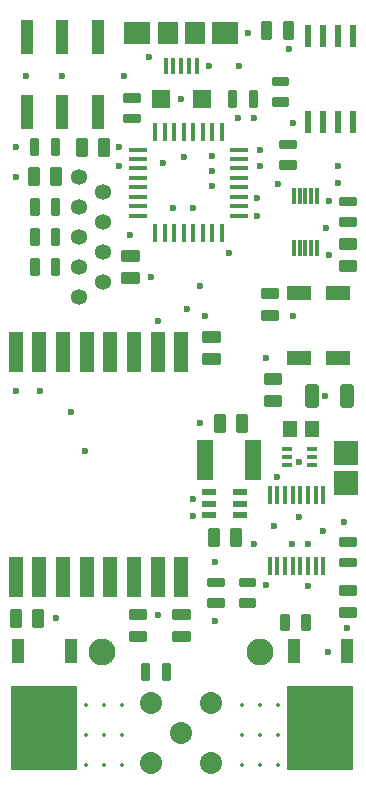
<source format=gbr>
G04 Generated by Ultiboard 14.0 *
%FSLAX24Y24*%
%MOIN*%

%ADD10C,0.0001*%
%ADD11C,0.08944*%
%ADD12C,0.0735*%
%ADD13R,0.0160X0.0591*%
%ADD14R,0.0591X0.0160*%
%ADD15R,0.0177X0.0591*%
%ADD16C,0.0140*%
%ADD17R,0.0472X0.1378*%
%ADD18R,0.0591X0.0591*%
%ADD19R,0.0150X0.0417*%
%ADD20C,0.0167*%
%ADD21R,0.0374X0.0157*%
%ADD22R,0.0394X0.1181*%
%ADD23R,0.0225X0.0467*%
%ADD24R,0.0417X0.0150*%
%ADD25C,0.0236*%
%ADD26R,0.0250X0.0550*%
%ADD27C,0.0233*%
%ADD28R,0.0467X0.0225*%
%ADD29R,0.0787X0.0787*%
%ADD30R,0.0787X0.0512*%
%ADD31R,0.0236X0.0748*%
%ADD32R,0.2185X0.2795*%
%ADD33R,0.0394X0.0846*%
%ADD34C,0.0534*%
%ADD35R,0.0157X0.0551*%
%ADD36R,0.0709X0.0748*%
%ADD37R,0.0906X0.0748*%
%ADD38R,0.0118X0.0571*%
%ADD39R,0.0480X0.0244*%
%ADD40R,0.0453X0.0571*%
%ADD41R,0.0551X0.1339*%


G04 ColorRGB FF00CC for the following layer *
%LNSolder Mask Top*%
%LPD*%
G54D10*
G54D11*
X-19418Y11150D03*
X-24668Y11150D03*
G54D12*
X-22044Y8450D03*
X-21044Y9450D03*
X-23044Y9450D03*
X-21044Y7450D03*
X-23044Y7450D03*
G54D13*
X-22902Y25127D03*
X-22587Y25127D03*
X-22272Y25127D03*
X-21957Y25127D03*
X-21643Y25127D03*
X-21328Y25127D03*
X-21013Y25127D03*
X-20698Y25127D03*
X-22902Y28473D03*
X-22587Y28473D03*
X-22272Y28473D03*
X-21957Y28473D03*
X-21643Y28473D03*
X-21328Y28473D03*
X-21013Y28473D03*
X-20698Y28473D03*
G54D14*
X-23473Y26328D03*
X-23473Y26013D03*
X-23473Y25698D03*
X-20127Y25698D03*
X-20127Y26328D03*
X-20127Y26013D03*
X-23473Y26957D03*
X-23473Y26643D03*
X-20127Y26643D03*
X-20127Y26957D03*
X-23473Y27902D03*
X-23473Y27587D03*
X-23473Y27272D03*
X-20127Y27272D03*
X-20127Y27902D03*
X-20127Y27587D03*
G54D15*
X-19096Y14007D03*
X-18840Y14007D03*
X-18328Y14007D03*
X-18584Y14007D03*
X-18072Y14007D03*
X-17560Y14007D03*
X-17816Y14007D03*
X-17304Y14007D03*
X-19096Y16393D03*
X-18840Y16393D03*
X-18328Y16393D03*
X-18584Y16393D03*
X-18072Y16393D03*
X-17560Y16393D03*
X-17816Y16393D03*
X-17304Y16393D03*
G54D16*
X-18200Y7400D03*
X-18200Y8400D03*
X-20000Y9400D03*
X-19400Y9400D03*
X-18800Y9400D03*
X-18200Y9400D03*
X-17600Y9400D03*
X-17000Y9400D03*
X-16400Y9400D03*
X-20000Y8400D03*
X-19400Y8400D03*
X-18800Y8400D03*
X-17000Y8400D03*
X-17600Y8400D03*
X-16400Y8400D03*
X-20000Y7400D03*
X-19400Y7400D03*
X-18800Y7400D03*
X-16400Y7400D03*
X-17000Y7400D03*
X-17600Y7400D03*
X-24000Y7400D03*
X-24600Y7400D03*
X-25200Y7400D03*
X-25800Y7400D03*
X-26400Y7400D03*
X-27000Y7400D03*
X-27600Y7400D03*
X-24000Y8400D03*
X-24600Y8400D03*
X-24000Y9400D03*
X-24600Y9400D03*
X-25200Y9400D03*
X-27600Y9400D03*
X-27600Y8400D03*
X-25200Y8400D03*
X-25800Y8400D03*
X-26400Y8400D03*
X-27000Y8400D03*
X-27000Y9400D03*
X-26400Y9400D03*
X-25800Y9400D03*
G54D17*
X-27556Y13660D03*
X-26769Y13660D03*
X-25981Y13660D03*
X-25194Y13660D03*
X-24406Y13660D03*
X-23619Y13660D03*
X-22831Y13660D03*
X-22044Y13660D03*
X-27556Y21140D03*
X-26769Y21140D03*
X-25981Y21140D03*
X-25194Y21140D03*
X-24406Y21140D03*
X-23619Y21140D03*
X-22831Y21140D03*
X-22044Y21140D03*
G54D18*
X-22733Y29600D03*
X-21355Y29600D03*
G54D19*
X-26927Y25007D03*
X-26243Y25007D03*
X-26243Y24007D03*
X-26927Y24007D03*
X-26927Y26007D03*
X-26243Y26007D03*
X-26942Y28000D03*
X-26258Y28000D03*
X-18592Y12150D03*
X-17908Y12150D03*
X-22558Y10500D03*
X-23242Y10500D03*
X-19658Y29600D03*
X-20342Y29600D03*
G54D20*
X-27002Y24799D02*
X-26852Y24799D01*
X-26852Y25215D01*
X-27002Y25215D01*
X-27002Y24799D01*D02*
X-26318Y24799D02*
X-26168Y24799D01*
X-26168Y25215D01*
X-26318Y25215D01*
X-26318Y24799D01*D02*
X-26318Y23799D02*
X-26168Y23799D01*
X-26168Y24215D01*
X-26318Y24215D01*
X-26318Y23799D01*D02*
X-27002Y23799D02*
X-26852Y23799D01*
X-26852Y24215D01*
X-27002Y24215D01*
X-27002Y23799D01*D02*
X-27002Y25799D02*
X-26852Y25799D01*
X-26852Y26215D01*
X-27002Y26215D01*
X-27002Y25799D01*D02*
X-26318Y25799D02*
X-26168Y25799D01*
X-26168Y26215D01*
X-26318Y26215D01*
X-26318Y25799D01*D02*
X-27017Y27792D02*
X-26867Y27792D01*
X-26867Y28208D01*
X-27017Y28208D01*
X-27017Y27792D01*D02*
X-26333Y27792D02*
X-26183Y27792D01*
X-26183Y28208D01*
X-26333Y28208D01*
X-26333Y27792D01*D02*
X-27069Y26775D02*
X-26845Y26775D01*
X-26845Y27241D01*
X-27069Y27241D01*
X-27069Y26775D01*D02*
X-26335Y26775D02*
X-26111Y26775D01*
X-26111Y27241D01*
X-26335Y27241D01*
X-26335Y26775D01*D02*
X-20058Y13417D02*
X-19642Y13417D01*
X-19642Y13567D01*
X-20058Y13567D01*
X-20058Y13417D01*D02*
X-20058Y12733D02*
X-19642Y12733D01*
X-19642Y12883D01*
X-20058Y12883D01*
X-20058Y12733D01*D02*
X-23983Y24255D02*
X-23517Y24255D01*
X-23517Y24479D01*
X-23983Y24479D01*
X-23983Y24255D01*D02*
X-23983Y23521D02*
X-23517Y23521D01*
X-23517Y23745D01*
X-23983Y23745D01*
X-23983Y23521D01*D02*
X-21108Y13417D02*
X-20692Y13417D01*
X-20692Y13567D01*
X-21108Y13567D01*
X-21108Y13417D01*D02*
X-21108Y12733D02*
X-20692Y12733D01*
X-20692Y12883D01*
X-21108Y12883D01*
X-21108Y12733D01*D02*
X-23908Y29567D02*
X-23492Y29567D01*
X-23492Y29717D01*
X-23908Y29717D01*
X-23908Y29567D01*D02*
X-23908Y28883D02*
X-23492Y28883D01*
X-23492Y29033D01*
X-23908Y29033D01*
X-23908Y28883D01*D02*
X-25479Y27767D02*
X-25255Y27767D01*
X-25255Y28233D01*
X-25479Y28233D01*
X-25479Y27767D01*D02*
X-24745Y27767D02*
X-24521Y27767D01*
X-24521Y28233D01*
X-24745Y28233D01*
X-24745Y27767D01*D02*
X-22283Y12305D02*
X-21817Y12305D01*
X-21817Y12529D01*
X-22283Y12529D01*
X-22283Y12305D01*D02*
X-22283Y11571D02*
X-21817Y11571D01*
X-21817Y11795D01*
X-22283Y11795D01*
X-22283Y11571D01*D02*
X-23733Y12305D02*
X-23267Y12305D01*
X-23267Y12529D01*
X-23733Y12529D01*
X-23733Y12305D01*D02*
X-23733Y11571D02*
X-23267Y11571D01*
X-23267Y11795D01*
X-23733Y11795D01*
X-23733Y11571D01*D02*
X-27679Y12067D02*
X-27455Y12067D01*
X-27455Y12533D01*
X-27679Y12533D01*
X-27679Y12067D01*D02*
X-26945Y12067D02*
X-26721Y12067D01*
X-26721Y12533D01*
X-26945Y12533D01*
X-26945Y12067D01*D02*
X-18667Y11942D02*
X-18517Y11942D01*
X-18517Y12358D01*
X-18667Y12358D01*
X-18667Y11942D01*D02*
X-17983Y11942D02*
X-17833Y11942D01*
X-17833Y12358D01*
X-17983Y12358D01*
X-17983Y11942D01*D02*
X-22633Y10292D02*
X-22483Y10292D01*
X-22483Y10708D01*
X-22633Y10708D01*
X-22633Y10292D01*D02*
X-23317Y10292D02*
X-23167Y10292D01*
X-23167Y10708D01*
X-23317Y10708D01*
X-23317Y10292D01*D02*
X-19329Y31667D02*
X-19105Y31667D01*
X-19105Y32133D01*
X-19329Y32133D01*
X-19329Y31667D01*D02*
X-18595Y31667D02*
X-18371Y31667D01*
X-18371Y32133D01*
X-18595Y32133D01*
X-18595Y31667D01*D02*
X-21283Y20821D02*
X-20817Y20821D01*
X-20817Y21045D01*
X-21283Y21045D01*
X-21283Y20821D01*D02*
X-21283Y21555D02*
X-20817Y21555D01*
X-20817Y21779D01*
X-21283Y21779D01*
X-21283Y21555D01*D02*
X-19333Y22271D02*
X-18867Y22271D01*
X-18867Y22495D01*
X-19333Y22495D01*
X-19333Y22271D01*D02*
X-19333Y23005D02*
X-18867Y23005D01*
X-18867Y23229D01*
X-19333Y23229D01*
X-19333Y23005D01*D02*
X-18708Y28017D02*
X-18292Y28017D01*
X-18292Y28167D01*
X-18708Y28167D01*
X-18708Y28017D01*D02*
X-18708Y27333D02*
X-18292Y27333D01*
X-18292Y27483D01*
X-18708Y27483D01*
X-18708Y27333D01*D02*
X-16733Y12371D02*
X-16267Y12371D01*
X-16267Y12595D01*
X-16733Y12595D01*
X-16733Y12371D01*D02*
X-16733Y13105D02*
X-16267Y13105D01*
X-16267Y13329D01*
X-16733Y13329D01*
X-16733Y13105D01*D02*
X-16708Y14767D02*
X-16292Y14767D01*
X-16292Y14917D01*
X-16708Y14917D01*
X-16708Y14767D01*D02*
X-16708Y14083D02*
X-16292Y14083D01*
X-16292Y14233D01*
X-16708Y14233D01*
X-16708Y14083D01*D02*
X-19733Y29392D02*
X-19583Y29392D01*
X-19583Y29808D01*
X-19733Y29808D01*
X-19733Y29392D01*D02*
X-20417Y29392D02*
X-20267Y29392D01*
X-20267Y29808D01*
X-20417Y29808D01*
X-20417Y29392D01*D02*
X-16733Y23921D02*
X-16267Y23921D01*
X-16267Y24145D01*
X-16733Y24145D01*
X-16733Y23921D01*D02*
X-16733Y24655D02*
X-16267Y24655D01*
X-16267Y24879D01*
X-16733Y24879D01*
X-16733Y24655D01*D02*
X-20345Y14767D02*
X-20121Y14767D01*
X-20121Y15233D01*
X-20345Y15233D01*
X-20345Y14767D01*D02*
X-21079Y14767D02*
X-20855Y14767D01*
X-20855Y15233D01*
X-21079Y15233D01*
X-21079Y14767D01*D02*
X-18958Y29433D02*
X-18542Y29433D01*
X-18542Y29583D01*
X-18958Y29583D01*
X-18958Y29433D01*D02*
X-18958Y30117D02*
X-18542Y30117D01*
X-18542Y30267D01*
X-18958Y30267D01*
X-18958Y30117D01*D02*
X-16708Y26117D02*
X-16292Y26117D01*
X-16292Y26267D01*
X-16708Y26267D01*
X-16708Y26117D01*D02*
X-16708Y25433D02*
X-16292Y25433D01*
X-16292Y25583D01*
X-16708Y25583D01*
X-16708Y25433D01*D02*
X-20879Y18567D02*
X-20655Y18567D01*
X-20655Y19033D01*
X-20879Y19033D01*
X-20879Y18567D01*D02*
X-20145Y18567D02*
X-19921Y18567D01*
X-19921Y19033D01*
X-20145Y19033D01*
X-20145Y18567D01*D02*
X-19233Y19421D02*
X-18767Y19421D01*
X-18767Y19645D01*
X-19233Y19645D01*
X-19233Y19421D01*D02*
X-19233Y20155D02*
X-18767Y20155D01*
X-18767Y20379D01*
X-19233Y20379D01*
X-19233Y20155D01*D02*
G54D21*
X-18533Y17394D03*
X-17667Y17394D03*
X-18533Y17650D03*
X-18533Y17906D03*
X-17667Y17650D03*
X-17667Y17906D03*
G54D22*
X-24819Y29140D03*
X-26000Y29140D03*
X-27181Y29140D03*
X-24819Y31660D03*
X-26000Y31660D03*
X-27181Y31660D03*
G54D23*
X-26957Y27008D03*
X-26223Y27008D03*
X-25367Y28000D03*
X-24633Y28000D03*
X-27567Y12300D03*
X-26833Y12300D03*
X-19217Y31900D03*
X-18483Y31900D03*
X-20233Y15000D03*
X-20967Y15000D03*
X-20767Y18800D03*
X-20033Y18800D03*
G54D24*
X-19850Y13492D03*
X-19850Y12808D03*
X-20900Y13492D03*
X-20900Y12808D03*
X-23700Y29642D03*
X-23700Y28958D03*
X-18500Y28092D03*
X-18500Y27408D03*
X-16500Y14842D03*
X-16500Y14158D03*
X-18750Y29508D03*
X-18750Y30192D03*
X-16500Y26192D03*
X-16500Y25508D03*
G54D25*
X-25250Y17850D03*
X-25700Y19150D03*
X-21000Y27200D03*
X-21000Y27700D03*
X-24100Y27350D03*
X-19600Y14750D03*
X-22800Y22200D03*
X-18100Y17500D03*
X-21100Y30700D03*
X-20100Y30700D03*
X-17300Y15200D03*
X-17250Y19700D03*
X-26000Y30350D03*
X-27200Y30350D03*
X-27550Y28000D03*
X-27550Y27000D03*
X-22050Y29600D03*
X-23100Y31000D03*
X-24100Y28000D03*
X-17800Y14750D03*
X-18350Y14750D03*
X-21950Y27650D03*
X-22300Y25950D03*
X-21650Y25950D03*
X-17100Y24400D03*
X-18300Y22350D03*
X-18950Y15350D03*
X-16600Y15500D03*
X-23050Y23650D03*
X-27550Y19850D03*
X-20900Y12200D03*
X-21250Y22350D03*
X-19600Y28950D03*
X-23950Y30350D03*
X-23750Y25050D03*
X-18800Y26750D03*
X-19800Y31800D03*
X-18450Y31250D03*
X-26200Y12300D03*
X-22800Y12400D03*
X-16500Y11950D03*
X-17800Y13350D03*
X-21650Y16250D03*
X-19200Y13400D03*
X-17150Y11150D03*
X-21400Y23350D03*
X-20900Y14150D03*
X-19500Y25700D03*
X-18100Y15650D03*
X-20450Y24450D03*
X-19400Y27350D03*
X-16800Y27350D03*
X-19400Y27900D03*
X-18300Y28800D03*
X-21000Y26700D03*
X-20150Y28950D03*
X-17200Y25300D03*
X-18850Y17000D03*
X-19500Y26300D03*
X-22650Y27450D03*
X-26750Y19850D03*
X-21850Y22600D03*
X-19200Y20950D03*
X-16800Y26800D03*
X-21400Y18800D03*
X-21650Y15700D03*
X-17100Y26200D03*
G54D26*
X-16527Y19700D03*
X-17693Y19700D03*
G54D27*
X-16652Y19425D02*
X-16402Y19425D01*
X-16402Y19975D01*
X-16652Y19975D01*
X-16652Y19425D01*D02*
X-17818Y19425D02*
X-17568Y19425D01*
X-17568Y19975D01*
X-17818Y19975D01*
X-17818Y19425D01*D02*
G54D28*
X-23750Y24367D03*
X-23750Y23633D03*
X-22050Y12417D03*
X-22050Y11683D03*
X-23500Y12417D03*
X-23500Y11683D03*
X-21050Y20933D03*
X-21050Y21667D03*
X-19100Y22383D03*
X-19100Y23117D03*
X-16500Y12483D03*
X-16500Y13217D03*
X-16500Y24033D03*
X-16500Y24767D03*
X-19000Y19533D03*
X-19000Y20267D03*
G54D29*
X-16550Y17800D03*
X-16550Y16800D03*
G54D30*
X-18100Y20967D03*
X-16800Y20967D03*
X-18100Y23133D03*
X-16800Y23133D03*
G54D31*
X-17300Y28815D03*
X-17800Y28815D03*
X-16800Y28815D03*
X-16300Y28815D03*
X-17300Y31685D03*
X-17800Y31685D03*
X-16800Y31685D03*
X-16300Y31685D03*
G54D32*
X-17400Y8613D03*
X-26600Y8613D03*
G54D33*
X-18298Y11172D03*
X-16502Y11172D03*
X-27498Y11172D03*
X-25702Y11172D03*
G54D34*
X-25437Y27000D03*
X-25437Y26000D03*
X-25437Y25000D03*
X-25437Y24000D03*
X-25437Y23000D03*
X-24650Y26500D03*
X-24650Y25500D03*
X-24650Y24500D03*
X-24650Y23500D03*
G54D35*
X-22044Y30678D03*
X-21532Y30678D03*
X-21788Y30678D03*
X-22300Y30678D03*
X-22556Y30678D03*
G54D36*
X-21591Y31800D03*
X-22497Y31800D03*
G54D37*
X-20567Y31800D03*
X-23520Y31800D03*
G54D38*
X-18294Y24634D03*
X-18097Y24634D03*
X-17703Y24634D03*
X-17506Y24634D03*
X-17900Y24634D03*
X-18294Y26366D03*
X-18097Y26366D03*
X-17506Y26366D03*
X-17703Y26366D03*
X-17900Y26366D03*
G54D39*
X-21116Y16100D03*
X-21116Y15726D03*
X-20084Y16100D03*
X-20084Y15726D03*
X-21116Y16474D03*
X-20084Y16474D03*
G54D40*
X-18404Y18600D03*
X-17696Y18600D03*
G54D41*
X-21257Y17550D03*
X-19643Y17550D03*

M02*

</source>
